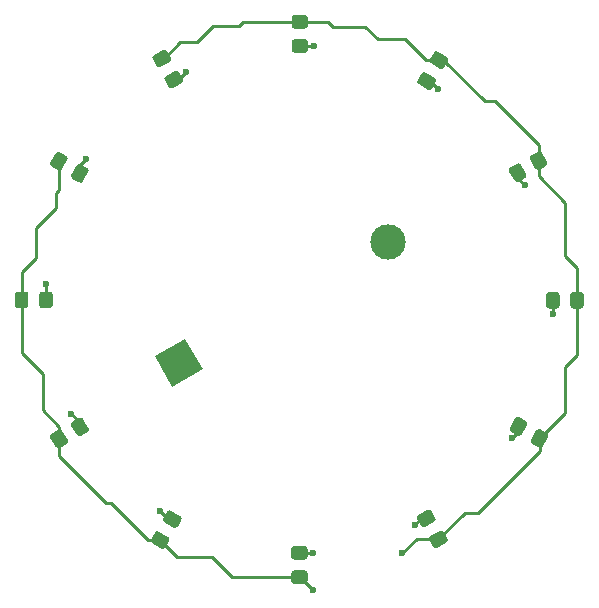
<source format=gbr>
%TF.GenerationSoftware,KiCad,Pcbnew,5.1.9+dfsg1-1~bpo10+1*%
%TF.CreationDate,2022-05-07T14:54:34+02:00*%
%TF.ProjectId,vjeverica-mirror,766a6576-6572-4696-9361-2d6d6972726f,rev?*%
%TF.SameCoordinates,Original*%
%TF.FileFunction,Copper,L1,Top*%
%TF.FilePolarity,Positive*%
%FSLAX46Y46*%
G04 Gerber Fmt 4.6, Leading zero omitted, Abs format (unit mm)*
G04 Created by KiCad (PCBNEW 5.1.9+dfsg1-1~bpo10+1) date 2022-05-07 14:54:34*
%MOMM*%
%LPD*%
G01*
G04 APERTURE LIST*
%TA.AperFunction,ComponentPad*%
%ADD10C,3.000000*%
%TD*%
%TA.AperFunction,ComponentPad*%
%ADD11C,0.100000*%
%TD*%
%TA.AperFunction,ViaPad*%
%ADD12C,0.600000*%
%TD*%
%TA.AperFunction,Conductor*%
%ADD13C,0.250000*%
%TD*%
G04 APERTURE END LIST*
D10*
%TO.P,BT1,2*%
%TO.N,GND*%
X148844861Y-91685000D03*
%TA.AperFunction,ComponentPad*%
D11*
%TO.P,BT1,1*%
%TO.N,Net-(BT1-Pad1)*%
G36*
X130550962Y-103979038D02*
G01*
X129050962Y-101380962D01*
X131649038Y-99880962D01*
X133149038Y-102479038D01*
X130550962Y-103979038D01*
G37*
%TD.AperFunction*%
%TD*%
%TO.P,D1,2*%
%TO.N,Net-(D1-Pad2)*%
%TA.AperFunction,SMDPad,CuDef*%
G36*
G01*
X153212213Y-77022965D02*
X152432787Y-76572964D01*
G75*
G02*
X152341282Y-76231460I125000J216505D01*
G01*
X152666283Y-75668541D01*
G75*
G02*
X153007788Y-75577035I216505J-124999D01*
G01*
X153787213Y-76027036D01*
G75*
G02*
X153878718Y-76368540I-125000J-216505D01*
G01*
X153553717Y-76931459D01*
G75*
G02*
X153212213Y-77022965I-216505J124999D01*
G01*
G37*
%TD.AperFunction*%
%TO.P,D1,1*%
%TO.N,GND*%
%TA.AperFunction,SMDPad,CuDef*%
G36*
G01*
X152187213Y-78798317D02*
X151407787Y-78348316D01*
G75*
G02*
X151316282Y-78006812I125000J216505D01*
G01*
X151641283Y-77443893D01*
G75*
G02*
X151982788Y-77352387I216505J-124999D01*
G01*
X152762213Y-77802388D01*
G75*
G02*
X152853718Y-78143892I-125000J-216505D01*
G01*
X152528717Y-78706811D01*
G75*
G02*
X152187213Y-78798317I-216505J124999D01*
G01*
G37*
%TD.AperFunction*%
%TD*%
%TO.P,D2,1*%
%TO.N,GND*%
%TA.AperFunction,SMDPad,CuDef*%
G36*
G01*
X159519360Y-86509712D02*
X159069359Y-85730287D01*
G75*
G02*
X159160865Y-85388783I216505J124999D01*
G01*
X159723784Y-85063782D01*
G75*
G02*
X160065288Y-85155288I124999J-216505D01*
G01*
X160515289Y-85934713D01*
G75*
G02*
X160423784Y-86276217I-216505J-124999D01*
G01*
X159860865Y-86601218D01*
G75*
G02*
X159519360Y-86509712I-125000J216505D01*
G01*
G37*
%TD.AperFunction*%
%TO.P,D2,2*%
%TO.N,Net-(D1-Pad2)*%
%TA.AperFunction,SMDPad,CuDef*%
G36*
G01*
X161294712Y-85484712D02*
X160844711Y-84705287D01*
G75*
G02*
X160936217Y-84363783I216505J124999D01*
G01*
X161499136Y-84038782D01*
G75*
G02*
X161840640Y-84130288I124999J-216505D01*
G01*
X162290641Y-84909713D01*
G75*
G02*
X162199136Y-85251217I-216505J-124999D01*
G01*
X161636217Y-85576218D01*
G75*
G02*
X161294712Y-85484712I-125000J216505D01*
G01*
G37*
%TD.AperFunction*%
%TD*%
%TO.P,D3,1*%
%TO.N,GND*%
%TA.AperFunction,SMDPad,CuDef*%
G36*
G01*
X162190000Y-97080001D02*
X162190000Y-96179999D01*
G75*
G02*
X162439999Y-95930000I249999J0D01*
G01*
X163090001Y-95930000D01*
G75*
G02*
X163340000Y-96179999I0J-249999D01*
G01*
X163340000Y-97080001D01*
G75*
G02*
X163090001Y-97330000I-249999J0D01*
G01*
X162439999Y-97330000D01*
G75*
G02*
X162190000Y-97080001I0J249999D01*
G01*
G37*
%TD.AperFunction*%
%TO.P,D3,2*%
%TO.N,Net-(D1-Pad2)*%
%TA.AperFunction,SMDPad,CuDef*%
G36*
G01*
X164240000Y-97080001D02*
X164240000Y-96179999D01*
G75*
G02*
X164489999Y-95930000I249999J0D01*
G01*
X165140001Y-95930000D01*
G75*
G02*
X165390000Y-96179999I0J-249999D01*
G01*
X165390000Y-97080001D01*
G75*
G02*
X165140001Y-97330000I-249999J0D01*
G01*
X164489999Y-97330000D01*
G75*
G02*
X164240000Y-97080001I0J249999D01*
G01*
G37*
%TD.AperFunction*%
%TD*%
%TO.P,D4,2*%
%TO.N,Net-(D1-Pad2)*%
%TA.AperFunction,SMDPad,CuDef*%
G36*
G01*
X160917035Y-108432213D02*
X161367036Y-107652788D01*
G75*
G02*
X161708541Y-107561282I216505J-124999D01*
G01*
X162271460Y-107886283D01*
G75*
G02*
X162362965Y-108227787I-125000J-216505D01*
G01*
X161912964Y-109007212D01*
G75*
G02*
X161571459Y-109098718I-216505J124999D01*
G01*
X161008540Y-108773717D01*
G75*
G02*
X160917035Y-108432213I125000J216505D01*
G01*
G37*
%TD.AperFunction*%
%TO.P,D4,1*%
%TO.N,GND*%
%TA.AperFunction,SMDPad,CuDef*%
G36*
G01*
X159141683Y-107407213D02*
X159591684Y-106627788D01*
G75*
G02*
X159933189Y-106536282I216505J-124999D01*
G01*
X160496108Y-106861283D01*
G75*
G02*
X160587613Y-107202787I-125000J-216505D01*
G01*
X160137612Y-107982212D01*
G75*
G02*
X159796107Y-108073718I-216505J124999D01*
G01*
X159233188Y-107748717D01*
G75*
G02*
X159141683Y-107407213I125000J216505D01*
G01*
G37*
%TD.AperFunction*%
%TD*%
%TO.P,D5,1*%
%TO.N,GND*%
%TA.AperFunction,SMDPad,CuDef*%
G36*
G01*
X151367788Y-114821684D02*
X152147213Y-114371683D01*
G75*
G02*
X152488717Y-114463188I124999J-216505D01*
G01*
X152813718Y-115026107D01*
G75*
G02*
X152722213Y-115367612I-216505J-125000D01*
G01*
X151942788Y-115817613D01*
G75*
G02*
X151601283Y-115726107I-125000J216505D01*
G01*
X151276282Y-115163188D01*
G75*
G02*
X151367788Y-114821684I216505J124999D01*
G01*
G37*
%TD.AperFunction*%
%TO.P,D5,2*%
%TO.N,Net-(D1-Pad2)*%
%TA.AperFunction,SMDPad,CuDef*%
G36*
G01*
X152392788Y-116597036D02*
X153172213Y-116147035D01*
G75*
G02*
X153513717Y-116238540I124999J-216505D01*
G01*
X153838718Y-116801459D01*
G75*
G02*
X153747213Y-117142964I-216505J-125000D01*
G01*
X152967788Y-117592965D01*
G75*
G02*
X152626283Y-117501459I-125000J216505D01*
G01*
X152301282Y-116938540D01*
G75*
G02*
X152392788Y-116597036I216505J124999D01*
G01*
G37*
%TD.AperFunction*%
%TD*%
%TO.P,D6,2*%
%TO.N,Net-(D1-Pad2)*%
%TA.AperFunction,SMDPad,CuDef*%
G36*
G01*
X140859999Y-119500000D02*
X141760001Y-119500000D01*
G75*
G02*
X142010000Y-119749999I0J-249999D01*
G01*
X142010000Y-120400001D01*
G75*
G02*
X141760001Y-120650000I-249999J0D01*
G01*
X140859999Y-120650000D01*
G75*
G02*
X140610000Y-120400001I0J249999D01*
G01*
X140610000Y-119749999D01*
G75*
G02*
X140859999Y-119500000I249999J0D01*
G01*
G37*
%TD.AperFunction*%
%TO.P,D6,1*%
%TO.N,GND*%
%TA.AperFunction,SMDPad,CuDef*%
G36*
G01*
X140859999Y-117450000D02*
X141760001Y-117450000D01*
G75*
G02*
X142010000Y-117699999I0J-249999D01*
G01*
X142010000Y-118350001D01*
G75*
G02*
X141760001Y-118600000I-249999J0D01*
G01*
X140859999Y-118600000D01*
G75*
G02*
X140610000Y-118350001I0J249999D01*
G01*
X140610000Y-117699999D01*
G75*
G02*
X140859999Y-117450000I249999J0D01*
G01*
G37*
%TD.AperFunction*%
%TD*%
%TO.P,D7,1*%
%TO.N,GND*%
%TA.AperFunction,SMDPad,CuDef*%
G36*
G01*
X130442788Y-114441683D02*
X131222213Y-114891684D01*
G75*
G02*
X131313718Y-115233188I-125000J-216505D01*
G01*
X130988717Y-115796107D01*
G75*
G02*
X130647212Y-115887613I-216505J124999D01*
G01*
X129867787Y-115437612D01*
G75*
G02*
X129776282Y-115096108I125000J216505D01*
G01*
X130101283Y-114533189D01*
G75*
G02*
X130442788Y-114441683I216505J-124999D01*
G01*
G37*
%TD.AperFunction*%
%TO.P,D7,2*%
%TO.N,Net-(D1-Pad2)*%
%TA.AperFunction,SMDPad,CuDef*%
G36*
G01*
X129417788Y-116217035D02*
X130197213Y-116667036D01*
G75*
G02*
X130288718Y-117008540I-125000J-216505D01*
G01*
X129963717Y-117571459D01*
G75*
G02*
X129622212Y-117662965I-216505J124999D01*
G01*
X128842787Y-117212964D01*
G75*
G02*
X128751282Y-116871460I125000J216505D01*
G01*
X129076283Y-116308541D01*
G75*
G02*
X129417788Y-116217035I216505J-124999D01*
G01*
G37*
%TD.AperFunction*%
%TD*%
%TO.P,D8,2*%
%TO.N,Net-(D1-Pad2)*%
%TA.AperFunction,SMDPad,CuDef*%
G36*
G01*
X121222964Y-107692788D02*
X121672965Y-108472212D01*
G75*
G02*
X121581460Y-108813717I-216505J-125000D01*
G01*
X121018541Y-109138718D01*
G75*
G02*
X120677036Y-109047212I-125000J216505D01*
G01*
X120227035Y-108267787D01*
G75*
G02*
X120318541Y-107926283I216505J124999D01*
G01*
X120881460Y-107601282D01*
G75*
G02*
X121222964Y-107692788I124999J-216505D01*
G01*
G37*
%TD.AperFunction*%
%TO.P,D8,1*%
%TO.N,GND*%
%TA.AperFunction,SMDPad,CuDef*%
G36*
G01*
X122998316Y-106667788D02*
X123448317Y-107447212D01*
G75*
G02*
X123356812Y-107788717I-216505J-125000D01*
G01*
X122793893Y-108113718D01*
G75*
G02*
X122452388Y-108022212I-125000J216505D01*
G01*
X122002387Y-107242787D01*
G75*
G02*
X122093893Y-106901283I216505J124999D01*
G01*
X122656812Y-106576282D01*
G75*
G02*
X122998316Y-106667788I124999J-216505D01*
G01*
G37*
%TD.AperFunction*%
%TD*%
%TO.P,D9,1*%
%TO.N,GND*%
%TA.AperFunction,SMDPad,CuDef*%
G36*
G01*
X120415000Y-96149999D02*
X120415000Y-97050001D01*
G75*
G02*
X120165001Y-97300000I-249999J0D01*
G01*
X119514999Y-97300000D01*
G75*
G02*
X119265000Y-97050001I0J249999D01*
G01*
X119265000Y-96149999D01*
G75*
G02*
X119514999Y-95900000I249999J0D01*
G01*
X120165001Y-95900000D01*
G75*
G02*
X120415000Y-96149999I0J-249999D01*
G01*
G37*
%TD.AperFunction*%
%TO.P,D9,2*%
%TO.N,Net-(D1-Pad2)*%
%TA.AperFunction,SMDPad,CuDef*%
G36*
G01*
X118365000Y-96149999D02*
X118365000Y-97050001D01*
G75*
G02*
X118115001Y-97300000I-249999J0D01*
G01*
X117464999Y-97300000D01*
G75*
G02*
X117215000Y-97050001I0J249999D01*
G01*
X117215000Y-96149999D01*
G75*
G02*
X117464999Y-95900000I249999J0D01*
G01*
X118115001Y-95900000D01*
G75*
G02*
X118365000Y-96149999I0J-249999D01*
G01*
G37*
%TD.AperFunction*%
%TD*%
%TO.P,D10,2*%
%TO.N,Net-(D1-Pad2)*%
%TA.AperFunction,SMDPad,CuDef*%
G36*
G01*
X121662965Y-84757787D02*
X121212964Y-85537212D01*
G75*
G02*
X120871459Y-85628718I-216505J124999D01*
G01*
X120308540Y-85303717D01*
G75*
G02*
X120217035Y-84962213I125000J216505D01*
G01*
X120667036Y-84182788D01*
G75*
G02*
X121008541Y-84091282I216505J-124999D01*
G01*
X121571460Y-84416283D01*
G75*
G02*
X121662965Y-84757787I-125000J-216505D01*
G01*
G37*
%TD.AperFunction*%
%TO.P,D10,1*%
%TO.N,GND*%
%TA.AperFunction,SMDPad,CuDef*%
G36*
G01*
X123438317Y-85782787D02*
X122988316Y-86562212D01*
G75*
G02*
X122646811Y-86653718I-216505J124999D01*
G01*
X122083892Y-86328717D01*
G75*
G02*
X121992387Y-85987213I125000J216505D01*
G01*
X122442388Y-85207788D01*
G75*
G02*
X122783893Y-85116282I216505J-124999D01*
G01*
X123346812Y-85441283D01*
G75*
G02*
X123438317Y-85782787I-125000J-216505D01*
G01*
G37*
%TD.AperFunction*%
%TD*%
%TO.P,D11,1*%
%TO.N,GND*%
%TA.AperFunction,SMDPad,CuDef*%
G36*
G01*
X131349713Y-78210640D02*
X130570288Y-78660641D01*
G75*
G02*
X130228783Y-78569135I-125000J216505D01*
G01*
X129903782Y-78006216D01*
G75*
G02*
X129995288Y-77664712I216505J124999D01*
G01*
X130774713Y-77214711D01*
G75*
G02*
X131116217Y-77306217I124999J-216505D01*
G01*
X131441218Y-77869136D01*
G75*
G02*
X131349713Y-78210640I-216505J-124999D01*
G01*
G37*
%TD.AperFunction*%
%TO.P,D11,2*%
%TO.N,Net-(D1-Pad2)*%
%TA.AperFunction,SMDPad,CuDef*%
G36*
G01*
X130324713Y-76435288D02*
X129545288Y-76885289D01*
G75*
G02*
X129203783Y-76793783I-125000J216505D01*
G01*
X128878782Y-76230864D01*
G75*
G02*
X128970288Y-75889360I216505J124999D01*
G01*
X129749713Y-75439359D01*
G75*
G02*
X130091217Y-75530865I124999J-216505D01*
G01*
X130416218Y-76093784D01*
G75*
G02*
X130324713Y-76435288I-216505J-124999D01*
G01*
G37*
%TD.AperFunction*%
%TD*%
%TO.P,D12,2*%
%TO.N,Net-(D1-Pad2)*%
%TA.AperFunction,SMDPad,CuDef*%
G36*
G01*
X141790001Y-73635000D02*
X140889999Y-73635000D01*
G75*
G02*
X140640000Y-73385001I0J249999D01*
G01*
X140640000Y-72734999D01*
G75*
G02*
X140889999Y-72485000I249999J0D01*
G01*
X141790001Y-72485000D01*
G75*
G02*
X142040000Y-72734999I0J-249999D01*
G01*
X142040000Y-73385001D01*
G75*
G02*
X141790001Y-73635000I-249999J0D01*
G01*
G37*
%TD.AperFunction*%
%TO.P,D12,1*%
%TO.N,GND*%
%TA.AperFunction,SMDPad,CuDef*%
G36*
G01*
X141790001Y-75685000D02*
X140889999Y-75685000D01*
G75*
G02*
X140640000Y-75435001I0J249999D01*
G01*
X140640000Y-74784999D01*
G75*
G02*
X140889999Y-74535000I249999J0D01*
G01*
X141790001Y-74535000D01*
G75*
G02*
X142040000Y-74784999I0J-249999D01*
G01*
X142040000Y-75435001D01*
G75*
G02*
X141790001Y-75685000I-249999J0D01*
G01*
G37*
%TD.AperFunction*%
%TD*%
D12*
%TO.N,Net-(D1-Pad2)*%
X150030000Y-118070000D03*
X142470000Y-121160000D03*
%TO.N,GND*%
X142450000Y-118050000D03*
X151060000Y-115630000D03*
X129490000Y-114490000D03*
X122010000Y-106230000D03*
X119820000Y-95280000D03*
X123250000Y-84660000D03*
X131740000Y-77270000D03*
X142560000Y-75100000D03*
X153060000Y-78770000D03*
X160380000Y-86910000D03*
X162760000Y-97780000D03*
X159270000Y-108310000D03*
%TD*%
D13*
%TO.N,Net-(D1-Pad2)*%
X129647500Y-76162324D02*
X129807676Y-76162324D01*
X129807676Y-76162324D02*
X131190000Y-74780000D01*
X131190000Y-74780000D02*
X132640000Y-74780000D01*
X132640000Y-74780000D02*
X134030000Y-73390000D01*
X134030000Y-73390000D02*
X136170000Y-73390000D01*
X136500000Y-73060000D02*
X141340000Y-73060000D01*
X136170000Y-73390000D02*
X136500000Y-73060000D01*
X141340000Y-73060000D02*
X143730000Y-73060000D01*
X143730000Y-73060000D02*
X144190000Y-73520000D01*
X144190000Y-73520000D02*
X146900000Y-73520000D01*
X146900000Y-73520000D02*
X147920000Y-74540000D01*
X147920000Y-74540000D02*
X150280000Y-74540000D01*
X152040000Y-76300000D02*
X153110000Y-76300000D01*
X150280000Y-74540000D02*
X152040000Y-76300000D01*
X153110000Y-76300000D02*
X153500000Y-76300000D01*
X153500000Y-76300000D02*
X156980000Y-79780000D01*
X156980000Y-79780000D02*
X157830000Y-79780000D01*
X161567676Y-83517676D02*
X161567676Y-84807500D01*
X157830000Y-79780000D02*
X161567676Y-83517676D01*
X161567676Y-84807500D02*
X161567676Y-86137676D01*
X161567676Y-86137676D02*
X163810000Y-88380000D01*
X163810000Y-88380000D02*
X163810000Y-92920000D01*
X164815000Y-93925000D02*
X164815000Y-96630000D01*
X163810000Y-92920000D02*
X164815000Y-93925000D01*
X164815000Y-96630000D02*
X164815000Y-101255000D01*
X164815000Y-101255000D02*
X163770000Y-102300000D01*
X163770000Y-106200000D02*
X161640000Y-108330000D01*
X163770000Y-102300000D02*
X163770000Y-106200000D01*
X161640000Y-108330000D02*
X161640000Y-109430000D01*
X161640000Y-109430000D02*
X156460000Y-114610000D01*
X155330000Y-114610000D02*
X153070000Y-116870000D01*
X156460000Y-114610000D02*
X155330000Y-114610000D01*
X153070000Y-116870000D02*
X151230000Y-116870000D01*
X151230000Y-116870000D02*
X150030000Y-118070000D01*
X141385000Y-120075000D02*
X141310000Y-120075000D01*
X142470000Y-121160000D02*
X141385000Y-120075000D01*
X141310000Y-120075000D02*
X135585000Y-120075000D01*
X135585000Y-120075000D02*
X133890000Y-118380000D01*
X130960000Y-118380000D02*
X129520000Y-116940000D01*
X133890000Y-118380000D02*
X130960000Y-118380000D01*
X129520000Y-116940000D02*
X128510000Y-116940000D01*
X128510000Y-116940000D02*
X125340000Y-113770000D01*
X125340000Y-113770000D02*
X124910000Y-113770000D01*
X120950000Y-109810000D02*
X120950000Y-108370000D01*
X124910000Y-113770000D02*
X120950000Y-109810000D01*
X120950000Y-108370000D02*
X120950000Y-107320000D01*
X120950000Y-107320000D02*
X119580000Y-105950000D01*
X119580000Y-105950000D02*
X119580000Y-102860000D01*
X117790000Y-101070000D02*
X117790000Y-96600000D01*
X119580000Y-102860000D02*
X117790000Y-101070000D01*
X117790000Y-96600000D02*
X117790000Y-94280000D01*
X117790000Y-94280000D02*
X118990000Y-93080000D01*
X118990000Y-93080000D02*
X118990000Y-90510000D01*
X118990000Y-90510000D02*
X120690000Y-88810000D01*
X120690000Y-88810000D02*
X120690000Y-87520000D01*
X120940000Y-87270000D02*
X120940000Y-84860000D01*
X120690000Y-87520000D02*
X120940000Y-87270000D01*
%TO.N,GND*%
X141310000Y-118025000D02*
X142425000Y-118025000D01*
X142425000Y-118025000D02*
X142450000Y-118050000D01*
X152045000Y-115094648D02*
X151595352Y-115094648D01*
X151595352Y-115094648D02*
X151060000Y-115630000D01*
X130545000Y-115164648D02*
X130164648Y-115164648D01*
X130164648Y-115164648D02*
X129490000Y-114490000D01*
X122725352Y-107345000D02*
X122725352Y-106945352D01*
X122725352Y-106945352D02*
X122010000Y-106230000D01*
X119840000Y-96600000D02*
X119840000Y-95300000D01*
X119840000Y-95300000D02*
X119820000Y-95280000D01*
X122715352Y-85885000D02*
X122715352Y-85194648D01*
X122715352Y-85194648D02*
X123250000Y-84660000D01*
X130672500Y-77937676D02*
X131072324Y-77937676D01*
X131072324Y-77937676D02*
X131740000Y-77270000D01*
X141340000Y-75110000D02*
X142550000Y-75110000D01*
X142550000Y-75110000D02*
X142560000Y-75100000D01*
X152085000Y-78075352D02*
X152365352Y-78075352D01*
X152365352Y-78075352D02*
X153060000Y-78770000D01*
X159792324Y-85832500D02*
X159792324Y-86322324D01*
X159792324Y-86322324D02*
X160380000Y-86910000D01*
X162765000Y-96630000D02*
X162765000Y-97775000D01*
X162765000Y-97775000D02*
X162760000Y-97780000D01*
X159864648Y-107305000D02*
X159864648Y-107715352D01*
X159864648Y-107715352D02*
X159270000Y-108310000D01*
%TD*%
M02*

</source>
